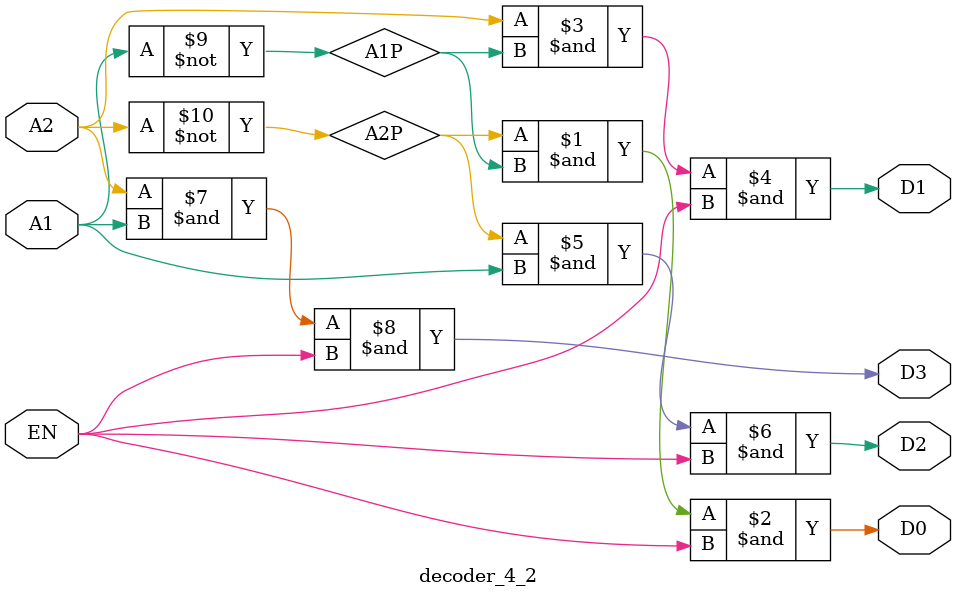
<source format=v>
`timescale 1ns / 1ps
module decoder_4_2(
	input EN,
	input A1,
	input A2,
	output D0,
	output D1,
	output D2,
	output D3
    );
	wire A1P, A2P;
	not
		n1 (A1P, A1),
		n2 (A2P, A2);
	and
		a1 (D0, A2P, A1P, EN),
		a2 (D1, A2, A1P, EN),
		a3 (D2, A2P, A1, EN),
		a4 (D3, A2, A1, EN);
endmodule

</source>
